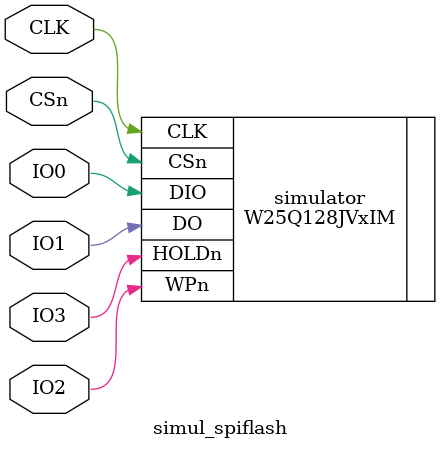
<source format=v>
module simul_spiflash(
  input CSn, 
	input CLK,
  inout IO0,
  inout IO1,
  inout IO2,
  inout IO3
);

W25Q128JVxIM simulator(
	.CLK(CLK),
  .CSn(CSn),
	.DIO(IO0),
	.DO (IO1),
	.WPn(IO2),
	.HOLDn(IO3)
);

endmodule

</source>
